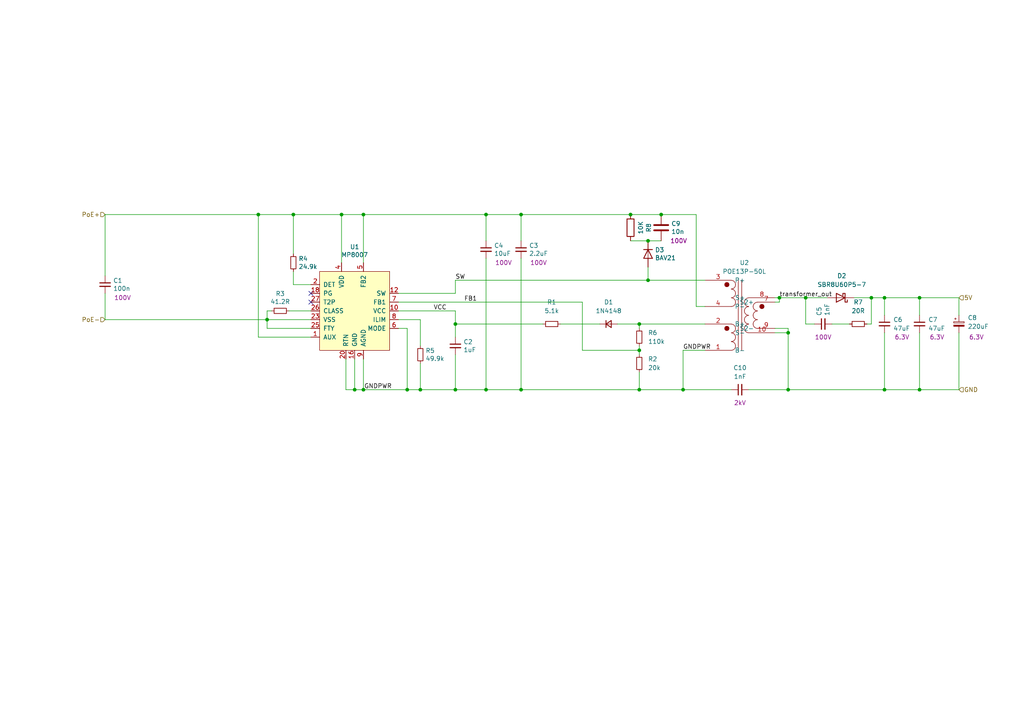
<source format=kicad_sch>
(kicad_sch (version 20211123) (generator eeschema)

  (uuid da469d11-a8a4-414b-9449-d151eeaf4853)

  (paper "A4")

  (lib_symbols
    (symbol "Device:C" (pin_numbers hide) (pin_names (offset 0.254)) (in_bom yes) (on_board yes)
      (property "Reference" "C" (id 0) (at 0.635 2.54 0)
        (effects (font (size 1.27 1.27)) (justify left))
      )
      (property "Value" "C" (id 1) (at 0.635 -2.54 0)
        (effects (font (size 1.27 1.27)) (justify left))
      )
      (property "Footprint" "" (id 2) (at 0.9652 -3.81 0)
        (effects (font (size 1.27 1.27)) hide)
      )
      (property "Datasheet" "~" (id 3) (at 0 0 0)
        (effects (font (size 1.27 1.27)) hide)
      )
      (property "ki_keywords" "cap capacitor" (id 4) (at 0 0 0)
        (effects (font (size 1.27 1.27)) hide)
      )
      (property "ki_description" "Unpolarized capacitor" (id 5) (at 0 0 0)
        (effects (font (size 1.27 1.27)) hide)
      )
      (property "ki_fp_filters" "C_*" (id 6) (at 0 0 0)
        (effects (font (size 1.27 1.27)) hide)
      )
      (symbol "C_0_1"
        (polyline
          (pts
            (xy -2.032 -0.762)
            (xy 2.032 -0.762)
          )
          (stroke (width 0.508) (type default) (color 0 0 0 0))
          (fill (type none))
        )
        (polyline
          (pts
            (xy -2.032 0.762)
            (xy 2.032 0.762)
          )
          (stroke (width 0.508) (type default) (color 0 0 0 0))
          (fill (type none))
        )
      )
      (symbol "C_1_1"
        (pin passive line (at 0 3.81 270) (length 2.794)
          (name "~" (effects (font (size 1.27 1.27))))
          (number "1" (effects (font (size 1.27 1.27))))
        )
        (pin passive line (at 0 -3.81 90) (length 2.794)
          (name "~" (effects (font (size 1.27 1.27))))
          (number "2" (effects (font (size 1.27 1.27))))
        )
      )
    )
    (symbol "Device:C_Polarized_Small" (pin_numbers hide) (pin_names (offset 0.254) hide) (in_bom yes) (on_board yes)
      (property "Reference" "C" (id 0) (at 0.254 1.778 0)
        (effects (font (size 1.27 1.27)) (justify left))
      )
      (property "Value" "C_Polarized_Small" (id 1) (at 0.254 -2.032 0)
        (effects (font (size 1.27 1.27)) (justify left))
      )
      (property "Footprint" "" (id 2) (at 0 0 0)
        (effects (font (size 1.27 1.27)) hide)
      )
      (property "Datasheet" "~" (id 3) (at 0 0 0)
        (effects (font (size 1.27 1.27)) hide)
      )
      (property "ki_keywords" "cap capacitor" (id 4) (at 0 0 0)
        (effects (font (size 1.27 1.27)) hide)
      )
      (property "ki_description" "Polarized capacitor, small symbol" (id 5) (at 0 0 0)
        (effects (font (size 1.27 1.27)) hide)
      )
      (property "ki_fp_filters" "CP_*" (id 6) (at 0 0 0)
        (effects (font (size 1.27 1.27)) hide)
      )
      (symbol "C_Polarized_Small_0_1"
        (rectangle (start -1.524 -0.3048) (end 1.524 -0.6858)
          (stroke (width 0) (type default) (color 0 0 0 0))
          (fill (type outline))
        )
        (rectangle (start -1.524 0.6858) (end 1.524 0.3048)
          (stroke (width 0) (type default) (color 0 0 0 0))
          (fill (type none))
        )
        (polyline
          (pts
            (xy -1.27 1.524)
            (xy -0.762 1.524)
          )
          (stroke (width 0) (type default) (color 0 0 0 0))
          (fill (type none))
        )
        (polyline
          (pts
            (xy -1.016 1.27)
            (xy -1.016 1.778)
          )
          (stroke (width 0) (type default) (color 0 0 0 0))
          (fill (type none))
        )
      )
      (symbol "C_Polarized_Small_1_1"
        (pin passive line (at 0 2.54 270) (length 1.8542)
          (name "~" (effects (font (size 1.27 1.27))))
          (number "1" (effects (font (size 1.27 1.27))))
        )
        (pin passive line (at 0 -2.54 90) (length 1.8542)
          (name "~" (effects (font (size 1.27 1.27))))
          (number "2" (effects (font (size 1.27 1.27))))
        )
      )
    )
    (symbol "Device:C_Small" (pin_numbers hide) (pin_names (offset 0.254) hide) (in_bom yes) (on_board yes)
      (property "Reference" "C" (id 0) (at 0.254 1.778 0)
        (effects (font (size 1.27 1.27)) (justify left))
      )
      (property "Value" "C_Small" (id 1) (at 0.254 -2.032 0)
        (effects (font (size 1.27 1.27)) (justify left))
      )
      (property "Footprint" "" (id 2) (at 0 0 0)
        (effects (font (size 1.27 1.27)) hide)
      )
      (property "Datasheet" "~" (id 3) (at 0 0 0)
        (effects (font (size 1.27 1.27)) hide)
      )
      (property "ki_keywords" "capacitor cap" (id 4) (at 0 0 0)
        (effects (font (size 1.27 1.27)) hide)
      )
      (property "ki_description" "Unpolarized capacitor, small symbol" (id 5) (at 0 0 0)
        (effects (font (size 1.27 1.27)) hide)
      )
      (property "ki_fp_filters" "C_*" (id 6) (at 0 0 0)
        (effects (font (size 1.27 1.27)) hide)
      )
      (symbol "C_Small_0_1"
        (polyline
          (pts
            (xy -1.524 -0.508)
            (xy 1.524 -0.508)
          )
          (stroke (width 0.3302) (type default) (color 0 0 0 0))
          (fill (type none))
        )
        (polyline
          (pts
            (xy -1.524 0.508)
            (xy 1.524 0.508)
          )
          (stroke (width 0.3048) (type default) (color 0 0 0 0))
          (fill (type none))
        )
      )
      (symbol "C_Small_1_1"
        (pin passive line (at 0 2.54 270) (length 2.032)
          (name "~" (effects (font (size 1.27 1.27))))
          (number "1" (effects (font (size 1.27 1.27))))
        )
        (pin passive line (at 0 -2.54 90) (length 2.032)
          (name "~" (effects (font (size 1.27 1.27))))
          (number "2" (effects (font (size 1.27 1.27))))
        )
      )
    )
    (symbol "Device:D" (pin_numbers hide) (pin_names (offset 1.016) hide) (in_bom yes) (on_board yes)
      (property "Reference" "D" (id 0) (at 0 2.54 0)
        (effects (font (size 1.27 1.27)))
      )
      (property "Value" "D" (id 1) (at 0 -2.54 0)
        (effects (font (size 1.27 1.27)))
      )
      (property "Footprint" "" (id 2) (at 0 0 0)
        (effects (font (size 1.27 1.27)) hide)
      )
      (property "Datasheet" "~" (id 3) (at 0 0 0)
        (effects (font (size 1.27 1.27)) hide)
      )
      (property "ki_keywords" "diode" (id 4) (at 0 0 0)
        (effects (font (size 1.27 1.27)) hide)
      )
      (property "ki_description" "Diode" (id 5) (at 0 0 0)
        (effects (font (size 1.27 1.27)) hide)
      )
      (property "ki_fp_filters" "TO-???* *_Diode_* *SingleDiode* D_*" (id 6) (at 0 0 0)
        (effects (font (size 1.27 1.27)) hide)
      )
      (symbol "D_0_1"
        (polyline
          (pts
            (xy -1.27 1.27)
            (xy -1.27 -1.27)
          )
          (stroke (width 0.254) (type default) (color 0 0 0 0))
          (fill (type none))
        )
        (polyline
          (pts
            (xy 1.27 0)
            (xy -1.27 0)
          )
          (stroke (width 0) (type default) (color 0 0 0 0))
          (fill (type none))
        )
        (polyline
          (pts
            (xy 1.27 1.27)
            (xy 1.27 -1.27)
            (xy -1.27 0)
            (xy 1.27 1.27)
          )
          (stroke (width 0.254) (type default) (color 0 0 0 0))
          (fill (type none))
        )
      )
      (symbol "D_1_1"
        (pin passive line (at -3.81 0 0) (length 2.54)
          (name "K" (effects (font (size 1.27 1.27))))
          (number "1" (effects (font (size 1.27 1.27))))
        )
        (pin passive line (at 3.81 0 180) (length 2.54)
          (name "A" (effects (font (size 1.27 1.27))))
          (number "2" (effects (font (size 1.27 1.27))))
        )
      )
    )
    (symbol "Device:D_Schottky" (pin_numbers hide) (pin_names (offset 1.016) hide) (in_bom yes) (on_board yes)
      (property "Reference" "D" (id 0) (at 0 2.54 0)
        (effects (font (size 1.27 1.27)))
      )
      (property "Value" "D_Schottky" (id 1) (at 0 -2.54 0)
        (effects (font (size 1.27 1.27)))
      )
      (property "Footprint" "" (id 2) (at 0 0 0)
        (effects (font (size 1.27 1.27)) hide)
      )
      (property "Datasheet" "~" (id 3) (at 0 0 0)
        (effects (font (size 1.27 1.27)) hide)
      )
      (property "ki_keywords" "diode Schottky" (id 4) (at 0 0 0)
        (effects (font (size 1.27 1.27)) hide)
      )
      (property "ki_description" "Schottky diode" (id 5) (at 0 0 0)
        (effects (font (size 1.27 1.27)) hide)
      )
      (property "ki_fp_filters" "TO-???* *_Diode_* *SingleDiode* D_*" (id 6) (at 0 0 0)
        (effects (font (size 1.27 1.27)) hide)
      )
      (symbol "D_Schottky_0_1"
        (polyline
          (pts
            (xy 1.27 0)
            (xy -1.27 0)
          )
          (stroke (width 0) (type default) (color 0 0 0 0))
          (fill (type none))
        )
        (polyline
          (pts
            (xy 1.27 1.27)
            (xy 1.27 -1.27)
            (xy -1.27 0)
            (xy 1.27 1.27)
          )
          (stroke (width 0.254) (type default) (color 0 0 0 0))
          (fill (type none))
        )
        (polyline
          (pts
            (xy -1.905 0.635)
            (xy -1.905 1.27)
            (xy -1.27 1.27)
            (xy -1.27 -1.27)
            (xy -0.635 -1.27)
            (xy -0.635 -0.635)
          )
          (stroke (width 0.254) (type default) (color 0 0 0 0))
          (fill (type none))
        )
      )
      (symbol "D_Schottky_1_1"
        (pin passive line (at -3.81 0 0) (length 2.54)
          (name "K" (effects (font (size 1.27 1.27))))
          (number "1" (effects (font (size 1.27 1.27))))
        )
        (pin passive line (at 3.81 0 180) (length 2.54)
          (name "A" (effects (font (size 1.27 1.27))))
          (number "2" (effects (font (size 1.27 1.27))))
        )
      )
    )
    (symbol "Device:D_Small" (pin_numbers hide) (pin_names (offset 0.254) hide) (in_bom yes) (on_board yes)
      (property "Reference" "D" (id 0) (at -1.27 2.032 0)
        (effects (font (size 1.27 1.27)) (justify left))
      )
      (property "Value" "D_Small" (id 1) (at -3.81 -2.032 0)
        (effects (font (size 1.27 1.27)) (justify left))
      )
      (property "Footprint" "" (id 2) (at 0 0 90)
        (effects (font (size 1.27 1.27)) hide)
      )
      (property "Datasheet" "~" (id 3) (at 0 0 90)
        (effects (font (size 1.27 1.27)) hide)
      )
      (property "ki_keywords" "diode" (id 4) (at 0 0 0)
        (effects (font (size 1.27 1.27)) hide)
      )
      (property "ki_description" "Diode, small symbol" (id 5) (at 0 0 0)
        (effects (font (size 1.27 1.27)) hide)
      )
      (property "ki_fp_filters" "TO-???* *_Diode_* *SingleDiode* D_*" (id 6) (at 0 0 0)
        (effects (font (size 1.27 1.27)) hide)
      )
      (symbol "D_Small_0_1"
        (polyline
          (pts
            (xy -0.762 -1.016)
            (xy -0.762 1.016)
          )
          (stroke (width 0.254) (type default) (color 0 0 0 0))
          (fill (type none))
        )
        (polyline
          (pts
            (xy -0.762 0)
            (xy 0.762 0)
          )
          (stroke (width 0) (type default) (color 0 0 0 0))
          (fill (type none))
        )
        (polyline
          (pts
            (xy 0.762 -1.016)
            (xy -0.762 0)
            (xy 0.762 1.016)
            (xy 0.762 -1.016)
          )
          (stroke (width 0.254) (type default) (color 0 0 0 0))
          (fill (type none))
        )
      )
      (symbol "D_Small_1_1"
        (pin passive line (at -2.54 0 0) (length 1.778)
          (name "K" (effects (font (size 1.27 1.27))))
          (number "1" (effects (font (size 1.27 1.27))))
        )
        (pin passive line (at 2.54 0 180) (length 1.778)
          (name "A" (effects (font (size 1.27 1.27))))
          (number "2" (effects (font (size 1.27 1.27))))
        )
      )
    )
    (symbol "Device:R" (pin_numbers hide) (pin_names (offset 0)) (in_bom yes) (on_board yes)
      (property "Reference" "R" (id 0) (at 2.032 0 90)
        (effects (font (size 1.27 1.27)))
      )
      (property "Value" "R" (id 1) (at 0 0 90)
        (effects (font (size 1.27 1.27)))
      )
      (property "Footprint" "" (id 2) (at -1.778 0 90)
        (effects (font (size 1.27 1.27)) hide)
      )
      (property "Datasheet" "~" (id 3) (at 0 0 0)
        (effects (font (size 1.27 1.27)) hide)
      )
      (property "ki_keywords" "R res resistor" (id 4) (at 0 0 0)
        (effects (font (size 1.27 1.27)) hide)
      )
      (property "ki_description" "Resistor" (id 5) (at 0 0 0)
        (effects (font (size 1.27 1.27)) hide)
      )
      (property "ki_fp_filters" "R_*" (id 6) (at 0 0 0)
        (effects (font (size 1.27 1.27)) hide)
      )
      (symbol "R_0_1"
        (rectangle (start -1.016 -2.54) (end 1.016 2.54)
          (stroke (width 0.254) (type default) (color 0 0 0 0))
          (fill (type none))
        )
      )
      (symbol "R_1_1"
        (pin passive line (at 0 3.81 270) (length 1.27)
          (name "~" (effects (font (size 1.27 1.27))))
          (number "1" (effects (font (size 1.27 1.27))))
        )
        (pin passive line (at 0 -3.81 90) (length 1.27)
          (name "~" (effects (font (size 1.27 1.27))))
          (number "2" (effects (font (size 1.27 1.27))))
        )
      )
    )
    (symbol "Device:R_Small" (pin_numbers hide) (pin_names (offset 0.254) hide) (in_bom yes) (on_board yes)
      (property "Reference" "R" (id 0) (at 0.762 0.508 0)
        (effects (font (size 1.27 1.27)) (justify left))
      )
      (property "Value" "R_Small" (id 1) (at 0.762 -1.016 0)
        (effects (font (size 1.27 1.27)) (justify left))
      )
      (property "Footprint" "" (id 2) (at 0 0 0)
        (effects (font (size 1.27 1.27)) hide)
      )
      (property "Datasheet" "~" (id 3) (at 0 0 0)
        (effects (font (size 1.27 1.27)) hide)
      )
      (property "ki_keywords" "R resistor" (id 4) (at 0 0 0)
        (effects (font (size 1.27 1.27)) hide)
      )
      (property "ki_description" "Resistor, small symbol" (id 5) (at 0 0 0)
        (effects (font (size 1.27 1.27)) hide)
      )
      (property "ki_fp_filters" "R_*" (id 6) (at 0 0 0)
        (effects (font (size 1.27 1.27)) hide)
      )
      (symbol "R_Small_0_1"
        (rectangle (start -0.762 1.778) (end 0.762 -1.778)
          (stroke (width 0.2032) (type default) (color 0 0 0 0))
          (fill (type none))
        )
      )
      (symbol "R_Small_1_1"
        (pin passive line (at 0 2.54 270) (length 0.762)
          (name "~" (effects (font (size 1.27 1.27))))
          (number "1" (effects (font (size 1.27 1.27))))
        )
        (pin passive line (at 0 -2.54 90) (length 0.762)
          (name "~" (effects (font (size 1.27 1.27))))
          (number "2" (effects (font (size 1.27 1.27))))
        )
      )
    )
    (symbol "b075:MP8007" (pin_names (offset 1.016)) (in_bom yes) (on_board yes)
      (property "Reference" "U" (id 0) (at -5.08 11.43 0)
        (effects (font (size 1.27 1.27)))
      )
      (property "Value" "MP8007" (id 1) (at -1.27 -13.97 0)
        (effects (font (size 1.27 1.27)))
      )
      (property "Footprint" "" (id 2) (at -5.08 11.43 0)
        (effects (font (size 1.27 1.27)) hide)
      )
      (property "Datasheet" "" (id 3) (at -5.08 11.43 0)
        (effects (font (size 1.27 1.27)) hide)
      )
      (symbol "MP8007_0_1"
        (rectangle (start -6.35 10.16) (end 13.97 -12.7)
          (stroke (width 0) (type default) (color 0 0 0 0))
          (fill (type background))
        )
      )
      (symbol "MP8007_1_1"
        (pin input line (at -8.89 -8.89 0) (length 2.54)
          (name "AUX" (effects (font (size 1.27 1.27))))
          (number "1" (effects (font (size 1.27 1.27))))
        )
        (pin input line (at 16.51 -1.27 180) (length 2.54)
          (name "VCC" (effects (font (size 1.27 1.27))))
          (number "10" (effects (font (size 1.27 1.27))))
        )
        (pin input line (at 16.51 3.81 180) (length 2.54)
          (name "SW" (effects (font (size 1.27 1.27))))
          (number "12" (effects (font (size 1.27 1.27))))
        )
        (pin input line (at 16.51 3.81 180) (length 2.54) hide
          (name "~" (effects (font (size 1.27 1.27))))
          (number "13" (effects (font (size 1.27 1.27))))
        )
        (pin input line (at 6.35 -15.24 90) (length 2.54) hide
          (name "NC" (effects (font (size 1.27 1.27))))
          (number "14" (effects (font (size 1.27 1.27))))
        )
        (pin input line (at 6.35 -15.24 90) (length 2.54) hide
          (name "NC" (effects (font (size 1.27 1.27))))
          (number "15" (effects (font (size 1.27 1.27))))
        )
        (pin input line (at 3.81 -15.24 90) (length 2.54)
          (name "GND" (effects (font (size 1.27 1.27))))
          (number "16" (effects (font (size 1.27 1.27))))
        )
        (pin input line (at 3.81 -15.24 90) (length 2.54) hide
          (name "~" (effects (font (size 1.27 1.27))))
          (number "17" (effects (font (size 1.27 1.27))))
        )
        (pin input line (at -8.89 3.81 0) (length 2.54)
          (name "PG" (effects (font (size 1.27 1.27))))
          (number "18" (effects (font (size 1.27 1.27))))
        )
        (pin input line (at 6.35 -15.24 90) (length 2.54) hide
          (name "NC" (effects (font (size 1.27 1.27))))
          (number "19" (effects (font (size 1.27 1.27))))
        )
        (pin input line (at -8.89 6.35 0) (length 2.54)
          (name "DET" (effects (font (size 1.27 1.27))))
          (number "2" (effects (font (size 1.27 1.27))))
        )
        (pin input line (at 1.27 -15.24 90) (length 2.54)
          (name "RTN" (effects (font (size 1.27 1.27))))
          (number "20" (effects (font (size 1.27 1.27))))
        )
        (pin input line (at 1.27 -15.24 90) (length 2.54) hide
          (name "~" (effects (font (size 1.27 1.27))))
          (number "21" (effects (font (size 1.27 1.27))))
        )
        (pin input line (at 6.35 -15.24 90) (length 2.54) hide
          (name "NC" (effects (font (size 1.27 1.27))))
          (number "22" (effects (font (size 1.27 1.27))))
        )
        (pin input line (at -8.89 -3.81 0) (length 2.54)
          (name "VSS" (effects (font (size 1.27 1.27))))
          (number "23" (effects (font (size 1.27 1.27))))
        )
        (pin input line (at -8.89 -3.81 0) (length 2.54) hide
          (name "~" (effects (font (size 1.27 1.27))))
          (number "24" (effects (font (size 1.27 1.27))))
        )
        (pin input line (at -8.89 -6.35 0) (length 2.54)
          (name "FTY" (effects (font (size 1.27 1.27))))
          (number "25" (effects (font (size 1.27 1.27))))
        )
        (pin input line (at -8.89 -1.27 0) (length 2.54)
          (name "CLASS" (effects (font (size 1.27 1.27))))
          (number "26" (effects (font (size 1.27 1.27))))
        )
        (pin input line (at -8.89 1.27 0) (length 2.54)
          (name "T2P" (effects (font (size 1.27 1.27))))
          (number "27" (effects (font (size 1.27 1.27))))
        )
        (pin input line (at 3.81 -15.24 90) (length 2.54) hide
          (name "GND" (effects (font (size 1.27 1.27))))
          (number "29" (effects (font (size 1.27 1.27))))
        )
        (pin input line (at 0 12.7 270) (length 2.54)
          (name "VDD" (effects (font (size 1.27 1.27))))
          (number "4" (effects (font (size 1.27 1.27))))
        )
        (pin input line (at 6.35 12.7 270) (length 2.54)
          (name "FB2" (effects (font (size 1.27 1.27))))
          (number "5" (effects (font (size 1.27 1.27))))
        )
        (pin input line (at 16.51 -6.35 180) (length 2.54)
          (name "MODE" (effects (font (size 1.27 1.27))))
          (number "6" (effects (font (size 1.27 1.27))))
        )
        (pin input line (at 16.51 1.27 180) (length 2.54)
          (name "FB1" (effects (font (size 1.27 1.27))))
          (number "7" (effects (font (size 1.27 1.27))))
        )
        (pin input line (at 16.51 -3.81 180) (length 2.54)
          (name "ILIM" (effects (font (size 1.27 1.27))))
          (number "8" (effects (font (size 1.27 1.27))))
        )
        (pin input line (at 6.35 -15.24 90) (length 2.54)
          (name "AGND" (effects (font (size 1.27 1.27))))
          (number "9" (effects (font (size 1.27 1.27))))
        )
      )
    )
    (symbol "b075:POE13P" (pin_names (offset 1.016)) (in_bom yes) (on_board yes)
      (property "Reference" "U?" (id 0) (at 1.27 15.24 0)
        (effects (font (size 1.27 1.27)))
      )
      (property "Value" "POE13P" (id 1) (at 1.27 12.7 0)
        (effects (font (size 1.27 1.27)))
      )
      (property "Footprint" "local:Transformer_Coilcraft_POE13P" (id 2) (at 0 0 0)
        (effects (font (size 1.27 1.27)) hide)
      )
      (property "Datasheet" "" (id 3) (at 0 0 0)
        (effects (font (size 1.27 1.27)) hide)
      )
      (symbol "POE13P_0_1"
        (circle (center -3.81 -3.81) (radius 0.635)
          (stroke (width 0) (type default) (color 0 0 0 0))
          (fill (type outline))
        )
        (circle (center -3.81 8.89) (radius 0.635)
          (stroke (width 0) (type default) (color 0 0 0 0))
          (fill (type outline))
        )
        (circle (center 6.35 2.54) (radius 0.635)
          (stroke (width 0) (type default) (color 0 0 0 0))
          (fill (type outline))
        )
      )
      (symbol "POE13P_1_1"
        (arc (start -2.54 -10.16) (mid -1.642 -9.788) (end -1.2954 -8.89)
          (stroke (width 0) (type default) (color 0 0 0 0))
          (fill (type none))
        )
        (arc (start -2.54 -7.62) (mid -1.642 -7.248) (end -1.2954 -6.35)
          (stroke (width 0) (type default) (color 0 0 0 0))
          (fill (type none))
        )
        (arc (start -2.54 -5.08) (mid -1.642 -4.708) (end -1.2954 -3.81)
          (stroke (width 0) (type default) (color 0 0 0 0))
          (fill (type none))
        )
        (arc (start -2.54 2.54) (mid -1.642 2.912) (end -1.2954 3.81)
          (stroke (width 0) (type default) (color 0 0 0 0))
          (fill (type none))
        )
        (arc (start -2.54 5.08) (mid -1.642 5.452) (end -1.2954 6.35)
          (stroke (width 0) (type default) (color 0 0 0 0))
          (fill (type none))
        )
        (arc (start -2.54 7.62) (mid -1.642 7.992) (end -1.2954 8.89)
          (stroke (width 0) (type default) (color 0 0 0 0))
          (fill (type none))
        )
        (arc (start -1.2954 -8.89) (mid -1.6599 -8.0099) (end -2.54 -7.6454)
          (stroke (width 0) (type default) (color 0 0 0 0))
          (fill (type none))
        )
        (arc (start -1.2954 -6.35) (mid -1.6599 -5.4699) (end -2.54 -5.1054)
          (stroke (width 0) (type default) (color 0 0 0 0))
          (fill (type none))
        )
        (arc (start -1.2954 -3.81) (mid -1.6599 -2.9299) (end -2.54 -2.5654)
          (stroke (width 0) (type default) (color 0 0 0 0))
          (fill (type none))
        )
        (arc (start -1.2954 3.81) (mid -1.6599 4.6901) (end -2.54 5.0546)
          (stroke (width 0) (type default) (color 0 0 0 0))
          (fill (type none))
        )
        (arc (start -1.2954 6.35) (mid -1.6599 7.2301) (end -2.54 7.5946)
          (stroke (width 0) (type default) (color 0 0 0 0))
          (fill (type none))
        )
        (arc (start -1.2954 8.89) (mid -1.6599 9.7701) (end -2.54 10.1346)
          (stroke (width 0) (type default) (color 0 0 0 0))
          (fill (type none))
        )
        (polyline
          (pts
            (xy -0.508 -10.16)
            (xy -0.508 10.16)
          )
          (stroke (width 0) (type default) (color 0 0 0 0))
          (fill (type none))
        )
        (polyline
          (pts
            (xy 0.508 10.16)
            (xy 0.508 -10.16)
          )
          (stroke (width 0) (type default) (color 0 0 0 0))
          (fill (type none))
        )
        (arc (start 1.27 -3.81) (mid 1.642 -4.708) (end 2.54 -5.08)
          (stroke (width 0) (type default) (color 0 0 0 0))
          (fill (type none))
        )
        (arc (start 1.27 -1.27) (mid 1.642 -2.168) (end 2.54 -2.54)
          (stroke (width 0) (type default) (color 0 0 0 0))
          (fill (type none))
        )
        (arc (start 1.27 1.27) (mid 1.642 0.372) (end 2.54 0)
          (stroke (width 0) (type default) (color 0 0 0 0))
          (fill (type none))
        )
        (arc (start 1.27 3.81) (mid 1.642 2.912) (end 2.54 2.54)
          (stroke (width 0) (type default) (color 0 0 0 0))
          (fill (type none))
        )
        (arc (start 2.54 -2.5654) (mid 1.6599 -2.9299) (end 1.27 -3.81)
          (stroke (width 0) (type default) (color 0 0 0 0))
          (fill (type none))
        )
        (arc (start 2.54 -0.0254) (mid 1.6599 -0.3899) (end 1.27 -1.27)
          (stroke (width 0) (type default) (color 0 0 0 0))
          (fill (type none))
        )
        (arc (start 2.54 2.5146) (mid 1.6599 2.1501) (end 1.27 1.27)
          (stroke (width 0) (type default) (color 0 0 0 0))
          (fill (type none))
        )
        (arc (start 2.54 5.0546) (mid 1.6599 4.6901) (end 1.27 3.81)
          (stroke (width 0) (type default) (color 0 0 0 0))
          (fill (type none))
        )
        (arc (start 3.81 -2.54) (mid 4.182 -3.438) (end 5.08 -3.81)
          (stroke (width 0) (type default) (color 0 0 0 0))
          (fill (type none))
        )
        (arc (start 3.81 0) (mid 4.182 -0.898) (end 5.08 -1.27)
          (stroke (width 0) (type default) (color 0 0 0 0))
          (fill (type none))
        )
        (arc (start 3.81 2.54) (mid 4.182 1.642) (end 5.08 1.27)
          (stroke (width 0) (type default) (color 0 0 0 0))
          (fill (type none))
        )
        (arc (start 5.08 -1.2954) (mid 4.1999 -1.6599) (end 3.81 -2.54)
          (stroke (width 0) (type default) (color 0 0 0 0))
          (fill (type none))
        )
        (arc (start 5.08 1.2446) (mid 4.1999 0.8801) (end 3.81 0)
          (stroke (width 0) (type default) (color 0 0 0 0))
          (fill (type none))
        )
        (arc (start 5.08 3.7846) (mid 4.1999 3.4201) (end 3.81 2.54)
          (stroke (width 0) (type default) (color 0 0 0 0))
          (fill (type none))
        )
        (pin passive line (at -10.16 -10.16 0) (length 7.62)
          (name "B-" (effects (font (size 1.27 1.27))))
          (number "1" (effects (font (size 1.27 1.27))))
        )
        (pin passive line (at 10.16 -5.08 180) (length 7.62)
          (name "S-" (effects (font (size 1.27 1.27))))
          (number "10" (effects (font (size 1.27 1.27))))
        )
        (pin passive line (at -10.16 -2.54 0) (length 7.62)
          (name "B+" (effects (font (size 1.27 1.27))))
          (number "2" (effects (font (size 1.27 1.27))))
        )
        (pin passive line (at -10.16 10.16 0) (length 7.62)
          (name "P+" (effects (font (size 1.27 1.27))))
          (number "3" (effects (font (size 1.27 1.27))))
        )
        (pin passive line (at -10.16 2.54 0) (length 7.62)
          (name "P-" (effects (font (size 1.27 1.27))))
          (number "4" (effects (font (size 1.27 1.27))))
        )
        (pin passive line (at 10.16 3.81 180) (length 5.08)
          (name "S2+" (effects (font (size 1.27 1.27))))
          (number "7" (effects (font (size 1.27 1.27))))
        )
        (pin passive line (at 10.16 5.08 180) (length 7.62)
          (name "S+" (effects (font (size 1.27 1.27))))
          (number "8" (effects (font (size 1.27 1.27))))
        )
        (pin passive line (at 10.16 -3.81 180) (length 5.08)
          (name "S2-" (effects (font (size 1.27 1.27))))
          (number "9" (effects (font (size 1.27 1.27))))
        )
      )
    )
  )

  (junction (at 85.09 62.23) (diameter 0) (color 0 0 0 0)
    (uuid 037da714-6377-43de-b800-13334e7b059e)
  )
  (junction (at 266.7 86.36) (diameter 0) (color 0 0 0 0)
    (uuid 0b0abc08-6100-46e6-85b1-ee3143655a31)
  )
  (junction (at 256.54 113.03) (diameter 0) (color 0 0 0 0)
    (uuid 0ee74bcc-dfb1-4ca5-9147-e45f5cc580f6)
  )
  (junction (at 151.13 113.03) (diameter 0) (color 0 0 0 0)
    (uuid 105435fb-f3bc-4f85-9b68-5b4281922682)
  )
  (junction (at 102.87 113.03) (diameter 0) (color 0 0 0 0)
    (uuid 181abe7a-f941-42b6-bd46-aaa3131f90fb)
  )
  (junction (at 198.12 113.03) (diameter 0) (color 0 0 0 0)
    (uuid 2b215616-4c0a-44f8-99aa-f7a0797d97d4)
  )
  (junction (at 77.47 92.71) (diameter 0) (color 0 0 0 0)
    (uuid 354dddb6-87e4-4569-bdd9-a807594b36d9)
  )
  (junction (at 118.11 113.03) (diameter 0) (color 0 0 0 0)
    (uuid 3b743e62-1336-4f91-ad6f-7e0cc25a2097)
  )
  (junction (at 228.6 113.03) (diameter 0) (color 0 0 0 0)
    (uuid 5cd52bc7-9742-4c21-ab94-673b5aeda239)
  )
  (junction (at 74.93 62.23) (diameter 0) (color 0 0 0 0)
    (uuid 6ba1766b-320f-4ae0-8c42-0e0159e9c7d9)
  )
  (junction (at 151.13 62.23) (diameter 0) (color 0 0 0 0)
    (uuid 6bb02028-f398-4fe4-996f-ab7518203770)
  )
  (junction (at 132.08 93.98) (diameter 0) (color 0 0 0 0)
    (uuid 6c11bf6b-90c7-4bb6-b85f-98af6160f8f1)
  )
  (junction (at 185.42 93.98) (diameter 0) (color 0 0 0 0)
    (uuid 6ea89f30-81f1-422f-8c5d-d9934ac6ffc4)
  )
  (junction (at 140.97 113.03) (diameter 0) (color 0 0 0 0)
    (uuid 6ecd899a-4078-4d05-b8d3-e3dc6d9ec384)
  )
  (junction (at 187.96 69.85) (diameter 0) (color 0 0 0 0)
    (uuid 72fe448c-cdf4-4fe6-8911-0f312e324d58)
  )
  (junction (at 105.41 62.23) (diameter 0) (color 0 0 0 0)
    (uuid 74a224d2-be5f-4f04-87da-2e524cd27177)
  )
  (junction (at 185.42 101.6) (diameter 0) (color 0 0 0 0)
    (uuid 805e4af5-3a36-473a-921b-cdd3fa590ad3)
  )
  (junction (at 105.41 113.03) (diameter 0) (color 0 0 0 0)
    (uuid 8174b4de-74b1-48db-ab8e-c8432251095b)
  )
  (junction (at 132.08 113.03) (diameter 0) (color 0 0 0 0)
    (uuid 8df04265-7cfb-4b8e-b7ec-a8f232dc8d4f)
  )
  (junction (at 252.73 86.36) (diameter 0) (color 0 0 0 0)
    (uuid 90167279-bbe5-4158-83e5-a8e3dbac704a)
  )
  (junction (at 187.96 81.28) (diameter 0) (color 0 0 0 0)
    (uuid ac410acf-dd27-4d65-967a-4c57b06eec1f)
  )
  (junction (at 99.06 62.23) (diameter 0) (color 0 0 0 0)
    (uuid bad07f5a-5af7-4752-a8dd-473a97ebd895)
  )
  (junction (at 266.7 113.03) (diameter 0) (color 0 0 0 0)
    (uuid c0ed8980-90b4-4eb7-86e6-2fc295f87d54)
  )
  (junction (at 226.06 86.36) (diameter 0) (color 0 0 0 0)
    (uuid cf8378ac-71e9-4987-adac-47bcf77b0d75)
  )
  (junction (at 256.54 86.36) (diameter 0) (color 0 0 0 0)
    (uuid cfc4f8bc-b992-4e8b-9522-446e692bfe83)
  )
  (junction (at 233.68 86.36) (diameter 0) (color 0 0 0 0)
    (uuid d0f14f89-ae82-4972-96fe-6bc6cdd64e96)
  )
  (junction (at 228.6 96.52) (diameter 0) (color 0 0 0 0)
    (uuid d5485da4-1037-4ebf-8937-43bcb974d209)
  )
  (junction (at 121.92 113.03) (diameter 0) (color 0 0 0 0)
    (uuid da6d6227-142e-470c-b137-a069deb45683)
  )
  (junction (at 191.77 62.23) (diameter 0) (color 0 0 0 0)
    (uuid e4fade3d-a4d5-4a50-af19-cee1037abbee)
  )
  (junction (at 140.97 62.23) (diameter 0) (color 0 0 0 0)
    (uuid f27affac-a003-445c-9c01-857306b22529)
  )
  (junction (at 182.88 62.23) (diameter 0) (color 0 0 0 0)
    (uuid f9827ffd-cc55-46e3-9bae-af14f2d3ccd8)
  )
  (junction (at 185.42 113.03) (diameter 0) (color 0 0 0 0)
    (uuid f9b4916a-bf6e-4069-9098-eeac19179466)
  )

  (no_connect (at 90.17 85.09) (uuid 6a45789b-3855-401f-8139-3c734f7f52f9))
  (no_connect (at 90.17 87.63) (uuid b1086f75-01ba-4188-8d36-75a9e2828ca9))

  (wire (pts (xy 132.08 81.28) (xy 132.08 85.09))
    (stroke (width 0) (type default) (color 0 0 0 0))
    (uuid 02530b91-a67a-4d82-afe2-5e161a3d575c)
  )
  (wire (pts (xy 121.92 105.41) (xy 121.92 113.03))
    (stroke (width 0) (type default) (color 0 0 0 0))
    (uuid 0d508188-350a-40fc-9618-f9031c784e70)
  )
  (wire (pts (xy 102.87 104.14) (xy 102.87 113.03))
    (stroke (width 0) (type default) (color 0 0 0 0))
    (uuid 0eaa98f0-9565-4637-ace3-42a5231b07f7)
  )
  (wire (pts (xy 74.93 97.79) (xy 74.93 62.23))
    (stroke (width 0) (type default) (color 0 0 0 0))
    (uuid 0ec052cc-c4c8-4976-aebb-e6051620efb2)
  )
  (wire (pts (xy 132.08 90.17) (xy 115.57 90.17))
    (stroke (width 0) (type default) (color 0 0 0 0))
    (uuid 0ff6aa00-a660-4c2e-a614-b55c393a1aa2)
  )
  (wire (pts (xy 132.08 97.79) (xy 132.08 93.98))
    (stroke (width 0) (type default) (color 0 0 0 0))
    (uuid 149786ef-6b55-4ae0-9561-3ff7f5160dea)
  )
  (wire (pts (xy 233.68 86.36) (xy 240.03 86.36))
    (stroke (width 0) (type default) (color 0 0 0 0))
    (uuid 15db3692-84c6-4b5b-827f-be868c7896d3)
  )
  (wire (pts (xy 252.73 86.36) (xy 256.54 86.36))
    (stroke (width 0) (type default) (color 0 0 0 0))
    (uuid 17d972a8-e82c-42b4-ae40-4831af5c44e2)
  )
  (wire (pts (xy 185.42 101.6) (xy 185.42 102.87))
    (stroke (width 0) (type default) (color 0 0 0 0))
    (uuid 187398b5-9e9d-49cb-81c3-0ea44700e894)
  )
  (wire (pts (xy 162.56 93.98) (xy 173.99 93.98))
    (stroke (width 0) (type default) (color 0 0 0 0))
    (uuid 1942eb27-efea-4377-b7b0-3b1453747298)
  )
  (wire (pts (xy 256.54 86.36) (xy 266.7 86.36))
    (stroke (width 0) (type default) (color 0 0 0 0))
    (uuid 197a4931-c9f8-4a10-84c5-de2d62061ef3)
  )
  (wire (pts (xy 151.13 74.93) (xy 151.13 113.03))
    (stroke (width 0) (type default) (color 0 0 0 0))
    (uuid 1e1f18cb-e572-417e-a891-8c62c0ab5f62)
  )
  (wire (pts (xy 132.08 93.98) (xy 157.48 93.98))
    (stroke (width 0) (type default) (color 0 0 0 0))
    (uuid 1ec13e33-a0e1-4c7d-96bd-a7e1f3a91299)
  )
  (wire (pts (xy 187.96 81.28) (xy 204.47 81.28))
    (stroke (width 0) (type default) (color 0 0 0 0))
    (uuid 1f444927-649c-4085-8e03-b2e52d3304c8)
  )
  (wire (pts (xy 241.3 93.98) (xy 246.38 93.98))
    (stroke (width 0) (type default) (color 0 0 0 0))
    (uuid 24ae74de-90b1-4c74-b26c-2bc1b1d9631a)
  )
  (wire (pts (xy 201.93 62.23) (xy 201.93 88.9))
    (stroke (width 0) (type default) (color 0 0 0 0))
    (uuid 29224b48-1f29-49cf-919b-3ac34dd24145)
  )
  (wire (pts (xy 78.74 90.17) (xy 77.47 90.17))
    (stroke (width 0) (type default) (color 0 0 0 0))
    (uuid 2fd15c74-7cdb-44ca-be1c-a03f832c966a)
  )
  (wire (pts (xy 198.12 101.6) (xy 204.47 101.6))
    (stroke (width 0) (type default) (color 0 0 0 0))
    (uuid 33a6136f-966d-48cd-a842-e0e88159c1f2)
  )
  (wire (pts (xy 182.88 62.23) (xy 191.77 62.23))
    (stroke (width 0) (type default) (color 0 0 0 0))
    (uuid 34e5c616-5426-47e2-a9ef-a9481d59f598)
  )
  (wire (pts (xy 266.7 86.36) (xy 266.7 91.44))
    (stroke (width 0) (type default) (color 0 0 0 0))
    (uuid 379990d1-651c-4182-b1b1-a912b8b86e17)
  )
  (wire (pts (xy 77.47 95.25) (xy 77.47 92.71))
    (stroke (width 0) (type default) (color 0 0 0 0))
    (uuid 38c9ddc1-5754-4396-a419-2968e51fa41d)
  )
  (wire (pts (xy 74.93 62.23) (xy 85.09 62.23))
    (stroke (width 0) (type default) (color 0 0 0 0))
    (uuid 3b69d50b-d885-4489-8e3c-9dd0ec7e0bb4)
  )
  (wire (pts (xy 140.97 69.85) (xy 140.97 62.23))
    (stroke (width 0) (type default) (color 0 0 0 0))
    (uuid 3fb7e12c-6f2f-41ac-b1d8-77d5f63e833c)
  )
  (wire (pts (xy 99.06 62.23) (xy 99.06 76.2))
    (stroke (width 0) (type default) (color 0 0 0 0))
    (uuid 45baf2de-16f5-4fc4-ba32-41239cbce63d)
  )
  (wire (pts (xy 151.13 113.03) (xy 185.42 113.03))
    (stroke (width 0) (type default) (color 0 0 0 0))
    (uuid 463e5f12-2faf-4a83-8912-34d0a565ccf8)
  )
  (wire (pts (xy 233.68 86.36) (xy 233.68 93.98))
    (stroke (width 0) (type default) (color 0 0 0 0))
    (uuid 466a7a0e-f3ed-4606-ad95-2241e0cc05a2)
  )
  (wire (pts (xy 30.48 80.01) (xy 30.48 62.23))
    (stroke (width 0) (type default) (color 0 0 0 0))
    (uuid 47baf4b1-0938-497d-88f9-671136aa8be7)
  )
  (wire (pts (xy 256.54 113.03) (xy 266.7 113.03))
    (stroke (width 0) (type default) (color 0 0 0 0))
    (uuid 4d8db298-3e2f-4662-a36b-fbc097fc4e31)
  )
  (wire (pts (xy 115.57 92.71) (xy 121.92 92.71))
    (stroke (width 0) (type default) (color 0 0 0 0))
    (uuid 4d9b19e6-1617-4d78-befa-b8d7d9e8b20a)
  )
  (wire (pts (xy 151.13 62.23) (xy 182.88 62.23))
    (stroke (width 0) (type default) (color 0 0 0 0))
    (uuid 4f448ba7-90f6-4912-8bbc-961df47acded)
  )
  (wire (pts (xy 118.11 95.25) (xy 118.11 113.03))
    (stroke (width 0) (type default) (color 0 0 0 0))
    (uuid 53c610ea-bbb0-4aa7-9f13-43d7e8f0793f)
  )
  (wire (pts (xy 115.57 87.63) (xy 168.91 87.63))
    (stroke (width 0) (type default) (color 0 0 0 0))
    (uuid 5b2597e2-b905-4eb1-9ddf-25c1ad77c46d)
  )
  (wire (pts (xy 191.77 69.85) (xy 187.96 69.85))
    (stroke (width 0) (type default) (color 0 0 0 0))
    (uuid 5f488221-1241-4371-81d0-477ec65ef41e)
  )
  (wire (pts (xy 236.22 93.98) (xy 233.68 93.98))
    (stroke (width 0) (type default) (color 0 0 0 0))
    (uuid 5f4ee7bf-860e-4909-8e57-56028894697c)
  )
  (wire (pts (xy 224.79 95.25) (xy 228.6 95.25))
    (stroke (width 0) (type default) (color 0 0 0 0))
    (uuid 6271beb4-45b0-45f3-b964-6d937774bdfc)
  )
  (wire (pts (xy 266.7 86.36) (xy 278.13 86.36))
    (stroke (width 0) (type default) (color 0 0 0 0))
    (uuid 64d2e950-e620-4522-9268-20c8c733ec8a)
  )
  (wire (pts (xy 77.47 92.71) (xy 90.17 92.71))
    (stroke (width 0) (type default) (color 0 0 0 0))
    (uuid 66b551af-a8a4-4e80-a364-96621a6f2dcf)
  )
  (wire (pts (xy 74.93 97.79) (xy 90.17 97.79))
    (stroke (width 0) (type default) (color 0 0 0 0))
    (uuid 6afdf30c-c3b2-43ec-b150-c1289d254c96)
  )
  (wire (pts (xy 266.7 113.03) (xy 278.13 113.03))
    (stroke (width 0) (type default) (color 0 0 0 0))
    (uuid 6bc9d0df-d7cf-45b4-bf73-c9486be4d41b)
  )
  (wire (pts (xy 121.92 113.03) (xy 132.08 113.03))
    (stroke (width 0) (type default) (color 0 0 0 0))
    (uuid 6bf8048f-d357-4a43-9ff5-76b05e1334aa)
  )
  (wire (pts (xy 105.41 113.03) (xy 118.11 113.03))
    (stroke (width 0) (type default) (color 0 0 0 0))
    (uuid 6d26d68f-1ca7-4ff3-b058-272f1c399047)
  )
  (wire (pts (xy 247.65 86.36) (xy 252.73 86.36))
    (stroke (width 0) (type default) (color 0 0 0 0))
    (uuid 6ec48d7e-5356-44db-8023-b11c239912ce)
  )
  (wire (pts (xy 105.41 113.03) (xy 102.87 113.03))
    (stroke (width 0) (type default) (color 0 0 0 0))
    (uuid 704d6d51-bb34-4cbf-83d8-841e208048d8)
  )
  (wire (pts (xy 256.54 113.03) (xy 228.6 113.03))
    (stroke (width 0) (type default) (color 0 0 0 0))
    (uuid 7144ee8b-4d87-495f-9b87-4c1b1e66f581)
  )
  (wire (pts (xy 85.09 82.55) (xy 90.17 82.55))
    (stroke (width 0) (type default) (color 0 0 0 0))
    (uuid 7ad73043-4028-40e3-b3ce-fda9a9123210)
  )
  (wire (pts (xy 212.09 113.03) (xy 198.12 113.03))
    (stroke (width 0) (type default) (color 0 0 0 0))
    (uuid 8115d4cf-e236-48c3-9812-aa29d2c8ebc4)
  )
  (wire (pts (xy 121.92 92.71) (xy 121.92 100.33))
    (stroke (width 0) (type default) (color 0 0 0 0))
    (uuid 815e516a-62c4-4c33-b446-57e384855d20)
  )
  (wire (pts (xy 151.13 62.23) (xy 151.13 69.85))
    (stroke (width 0) (type default) (color 0 0 0 0))
    (uuid 83fef3cc-f1d5-4b46-a24d-d9fe77a4bcf9)
  )
  (wire (pts (xy 217.17 113.03) (xy 228.6 113.03))
    (stroke (width 0) (type default) (color 0 0 0 0))
    (uuid 85699ece-a982-4ca1-a225-d5d9debbfa3d)
  )
  (wire (pts (xy 77.47 90.17) (xy 77.47 92.71))
    (stroke (width 0) (type default) (color 0 0 0 0))
    (uuid 8901d308-7cef-4028-a858-c217497264ab)
  )
  (wire (pts (xy 30.48 62.23) (xy 74.93 62.23))
    (stroke (width 0) (type default) (color 0 0 0 0))
    (uuid 8a2be09a-d35b-46b1-b358-d4d32ba8a01f)
  )
  (wire (pts (xy 132.08 102.87) (xy 132.08 113.03))
    (stroke (width 0) (type default) (color 0 0 0 0))
    (uuid 8b3b6e42-30ae-4787-975f-1307bbc78122)
  )
  (wire (pts (xy 198.12 101.6) (xy 198.12 113.03))
    (stroke (width 0) (type default) (color 0 0 0 0))
    (uuid 912726a5-413b-4a44-8114-9235008b8037)
  )
  (wire (pts (xy 85.09 62.23) (xy 99.06 62.23))
    (stroke (width 0) (type default) (color 0 0 0 0))
    (uuid 9359f1ef-0a2a-4e32-bc86-657a042adcc4)
  )
  (wire (pts (xy 185.42 93.98) (xy 185.42 95.25))
    (stroke (width 0) (type default) (color 0 0 0 0))
    (uuid 950ff78c-92c7-48cf-93e9-4b251f5b2da9)
  )
  (wire (pts (xy 256.54 86.36) (xy 256.54 91.44))
    (stroke (width 0) (type default) (color 0 0 0 0))
    (uuid 95e38d10-9893-468d-98ca-2b04e3a24cb6)
  )
  (wire (pts (xy 252.73 86.36) (xy 252.73 93.98))
    (stroke (width 0) (type default) (color 0 0 0 0))
    (uuid 9b3a91da-8d45-4e96-858c-85aeea5053e7)
  )
  (wire (pts (xy 201.93 88.9) (xy 204.47 88.9))
    (stroke (width 0) (type default) (color 0 0 0 0))
    (uuid 9ff444f3-a727-46c1-8277-3134aa496b29)
  )
  (wire (pts (xy 140.97 74.93) (xy 140.97 113.03))
    (stroke (width 0) (type default) (color 0 0 0 0))
    (uuid a038e8db-a0bd-4c54-8046-1e39e8c551ff)
  )
  (wire (pts (xy 187.96 69.85) (xy 182.88 69.85))
    (stroke (width 0) (type default) (color 0 0 0 0))
    (uuid a1e12db2-c401-4ca9-9bde-5ff2d206bdf9)
  )
  (wire (pts (xy 115.57 85.09) (xy 132.08 85.09))
    (stroke (width 0) (type default) (color 0 0 0 0))
    (uuid a9898c04-66e3-4bbf-b91e-87f3e549cda5)
  )
  (wire (pts (xy 191.77 62.23) (xy 201.93 62.23))
    (stroke (width 0) (type default) (color 0 0 0 0))
    (uuid ac15b2e9-5ff6-4872-ad48-53236b8922a4)
  )
  (wire (pts (xy 185.42 113.03) (xy 198.12 113.03))
    (stroke (width 0) (type default) (color 0 0 0 0))
    (uuid ad8ed33e-1a47-449a-af6e-e352f4b40cfd)
  )
  (wire (pts (xy 278.13 96.52) (xy 278.13 113.03))
    (stroke (width 0) (type default) (color 0 0 0 0))
    (uuid ae50ba21-d3e9-408e-9637-853a8408fb49)
  )
  (wire (pts (xy 168.91 101.6) (xy 168.91 87.63))
    (stroke (width 0) (type default) (color 0 0 0 0))
    (uuid b0b1ac92-724e-44bd-a6f9-272b501b303b)
  )
  (wire (pts (xy 118.11 113.03) (xy 121.92 113.03))
    (stroke (width 0) (type default) (color 0 0 0 0))
    (uuid b2f1fbf6-4280-44ae-8a88-3f2c57e444ac)
  )
  (wire (pts (xy 85.09 62.23) (xy 85.09 73.66))
    (stroke (width 0) (type default) (color 0 0 0 0))
    (uuid b3a8f164-e331-49be-80e9-3278bd344ff1)
  )
  (wire (pts (xy 85.09 78.74) (xy 85.09 82.55))
    (stroke (width 0) (type default) (color 0 0 0 0))
    (uuid b4d442e0-cf9c-4294-9aa2-9680efd92684)
  )
  (wire (pts (xy 140.97 62.23) (xy 151.13 62.23))
    (stroke (width 0) (type default) (color 0 0 0 0))
    (uuid b4d598a9-0eba-4bfd-b368-388fd282501b)
  )
  (wire (pts (xy 105.41 62.23) (xy 105.41 76.2))
    (stroke (width 0) (type default) (color 0 0 0 0))
    (uuid b6760b41-ee5b-4a6e-99bc-5a7369056bca)
  )
  (wire (pts (xy 224.79 96.52) (xy 228.6 96.52))
    (stroke (width 0) (type default) (color 0 0 0 0))
    (uuid b90dd671-0ac9-4280-b145-64d2d97950a8)
  )
  (wire (pts (xy 30.48 92.71) (xy 77.47 92.71))
    (stroke (width 0) (type default) (color 0 0 0 0))
    (uuid bc303e17-65a2-4a1c-8e06-54dde90d2ab1)
  )
  (wire (pts (xy 185.42 100.33) (xy 185.42 101.6))
    (stroke (width 0) (type default) (color 0 0 0 0))
    (uuid c11edc96-de87-4ba8-866c-0fe036182f2a)
  )
  (wire (pts (xy 83.82 90.17) (xy 90.17 90.17))
    (stroke (width 0) (type default) (color 0 0 0 0))
    (uuid c144caa5-b0d4-4cef-840a-d4ad178a2102)
  )
  (wire (pts (xy 185.42 93.98) (xy 204.47 93.98))
    (stroke (width 0) (type default) (color 0 0 0 0))
    (uuid c3ffae43-50ab-4ee1-84d7-6a720be1e726)
  )
  (wire (pts (xy 187.96 77.47) (xy 187.96 81.28))
    (stroke (width 0) (type default) (color 0 0 0 0))
    (uuid c82a723e-d3d6-4804-93cf-573e484cfbad)
  )
  (wire (pts (xy 256.54 96.52) (xy 256.54 113.03))
    (stroke (width 0) (type default) (color 0 0 0 0))
    (uuid c8bc458a-bc20-416d-8b62-680641f958f6)
  )
  (wire (pts (xy 179.07 93.98) (xy 185.42 93.98))
    (stroke (width 0) (type default) (color 0 0 0 0))
    (uuid c8be17ad-41a5-487a-b811-a8e15014ab39)
  )
  (wire (pts (xy 99.06 62.23) (xy 105.41 62.23))
    (stroke (width 0) (type default) (color 0 0 0 0))
    (uuid c900fc74-3acd-43c3-a485-01d1fa481fc3)
  )
  (wire (pts (xy 251.46 93.98) (xy 252.73 93.98))
    (stroke (width 0) (type default) (color 0 0 0 0))
    (uuid c96c9e2c-8e6b-47fe-b673-082ce35dfc77)
  )
  (wire (pts (xy 185.42 107.95) (xy 185.42 113.03))
    (stroke (width 0) (type default) (color 0 0 0 0))
    (uuid cb6cf9b3-efb4-455d-9942-579898e4ebbf)
  )
  (wire (pts (xy 185.42 101.6) (xy 168.91 101.6))
    (stroke (width 0) (type default) (color 0 0 0 0))
    (uuid cbb12e5f-0ca1-424a-9c5a-c73471dcc1fe)
  )
  (wire (pts (xy 228.6 95.25) (xy 228.6 96.52))
    (stroke (width 0) (type default) (color 0 0 0 0))
    (uuid cc4ad4c0-dd7f-42df-915c-8633ff4b5b4a)
  )
  (wire (pts (xy 140.97 113.03) (xy 151.13 113.03))
    (stroke (width 0) (type default) (color 0 0 0 0))
    (uuid ce3b8258-6eca-4c62-be3e-b71a3410b077)
  )
  (wire (pts (xy 102.87 113.03) (xy 100.33 113.03))
    (stroke (width 0) (type default) (color 0 0 0 0))
    (uuid ce83728b-bebd-48c2-8734-b6a50d837931)
  )
  (wire (pts (xy 226.06 86.36) (xy 233.68 86.36))
    (stroke (width 0) (type default) (color 0 0 0 0))
    (uuid cf496afb-2c04-4483-b37f-fde7e072daa4)
  )
  (wire (pts (xy 90.17 95.25) (xy 77.47 95.25))
    (stroke (width 0) (type default) (color 0 0 0 0))
    (uuid ddc07675-0a0c-4d3e-b98f-3a3c14be122f)
  )
  (wire (pts (xy 30.48 85.09) (xy 30.48 92.71))
    (stroke (width 0) (type default) (color 0 0 0 0))
    (uuid e615f7aa-337e-474d-9615-2ad82b1c44ca)
  )
  (wire (pts (xy 224.79 87.63) (xy 226.06 87.63))
    (stroke (width 0) (type default) (color 0 0 0 0))
    (uuid e784775d-30b8-4e5e-b9e1-c780b3b02ac5)
  )
  (wire (pts (xy 266.7 96.52) (xy 266.7 113.03))
    (stroke (width 0) (type default) (color 0 0 0 0))
    (uuid e97709a3-805c-4e51-9d8e-f9efa27653b5)
  )
  (wire (pts (xy 132.08 81.28) (xy 187.96 81.28))
    (stroke (width 0) (type default) (color 0 0 0 0))
    (uuid eb26d86c-c2aa-4898-8bce-a7cbe110aad6)
  )
  (wire (pts (xy 115.57 95.25) (xy 118.11 95.25))
    (stroke (width 0) (type default) (color 0 0 0 0))
    (uuid edf72062-4856-4639-bb0b-b77c54af7f0f)
  )
  (wire (pts (xy 228.6 96.52) (xy 228.6 113.03))
    (stroke (width 0) (type default) (color 0 0 0 0))
    (uuid ee219335-fb94-4ce4-b6f7-f8f2070833dd)
  )
  (wire (pts (xy 105.41 62.23) (xy 140.97 62.23))
    (stroke (width 0) (type default) (color 0 0 0 0))
    (uuid efee0a44-d0e9-418d-8ab8-4969575934a8)
  )
  (wire (pts (xy 132.08 113.03) (xy 140.97 113.03))
    (stroke (width 0) (type default) (color 0 0 0 0))
    (uuid f3d5dcf5-2e17-43d5-8bc3-aff1d0cf97fc)
  )
  (wire (pts (xy 224.79 86.36) (xy 226.06 86.36))
    (stroke (width 0) (type default) (color 0 0 0 0))
    (uuid f4f96b8d-df80-4d31-a4ab-84554219da5c)
  )
  (wire (pts (xy 278.13 86.36) (xy 278.13 91.44))
    (stroke (width 0) (type default) (color 0 0 0 0))
    (uuid f5153cfa-c8a5-4cc6-a193-9d90a21659d0)
  )
  (wire (pts (xy 100.33 104.14) (xy 100.33 113.03))
    (stroke (width 0) (type default) (color 0 0 0 0))
    (uuid f71da641-16e6-4257-80c3-0b9d804fee4f)
  )
  (wire (pts (xy 226.06 87.63) (xy 226.06 86.36))
    (stroke (width 0) (type default) (color 0 0 0 0))
    (uuid faa0b0f1-7fb8-46dc-b53a-9994fcc5a8fd)
  )
  (wire (pts (xy 105.41 104.14) (xy 105.41 113.03))
    (stroke (width 0) (type default) (color 0 0 0 0))
    (uuid fd470e95-4861-44fe-b1e4-6d8a7c66e144)
  )
  (wire (pts (xy 132.08 93.98) (xy 132.08 90.17))
    (stroke (width 0) (type default) (color 0 0 0 0))
    (uuid feefe972-2773-4a82-a842-d0da1b369bae)
  )

  (label "SW" (at 132.08 81.28 0)
    (effects (font (size 1.27 1.27)) (justify left bottom))
    (uuid 28f81f86-3ade-42c8-b709-0d1faaece348)
  )
  (label "GNDPWR" (at 113.665 113.03 180)
    (effects (font (size 1.27 1.27)) (justify right bottom))
    (uuid 48ab88d7-7084-4d02-b109-3ad55a30bb11)
  )
  (label "VCC" (at 125.73 90.17 0)
    (effects (font (size 1.27 1.27)) (justify left bottom))
    (uuid 49bf45e3-55a8-499d-8fbe-65e740ea1a0d)
  )
  (label "transformer_out" (at 226.06 86.36 0)
    (effects (font (size 1.27 1.27)) (justify left bottom))
    (uuid 5456bc08-35f6-4c32-87a4-c28b0e054b2f)
  )
  (label "FB1" (at 134.62 87.63 0)
    (effects (font (size 1.27 1.27)) (justify left bottom))
    (uuid 7d2ff3d8-7277-497d-a219-40d1f7319e58)
  )
  (label "GNDPWR" (at 198.12 101.6 0)
    (effects (font (size 1.27 1.27)) (justify left bottom))
    (uuid beaad73d-6ef8-483f-b1fb-2ae040c6c5e4)
  )

  (hierarchical_label "PoE-" (shape input) (at 30.48 92.71 180)
    (effects (font (size 1.27 1.27)) (justify right))
    (uuid 5cbb5968-dbb5-4b84-864a-ead1cacf75b9)
  )
  (hierarchical_label "5V" (shape input) (at 278.13 86.36 0)
    (effects (font (size 1.27 1.27)) (justify left))
    (uuid 6eb238f9-8166-463a-9ed3-a8dc3f0d7c5f)
  )
  (hierarchical_label "PoE+" (shape input) (at 30.48 62.23 180)
    (effects (font (size 1.27 1.27)) (justify right))
    (uuid afb8e687-4a13-41a1-b8c0-89a749e897fe)
  )
  (hierarchical_label "GND" (shape input) (at 278.13 113.03 0)
    (effects (font (size 1.27 1.27)) (justify left))
    (uuid d794aead-fa52-4c35-a138-7f3e4b5ac209)
  )

  (symbol (lib_id "b075:MP8007") (at 99.06 88.9 0) (unit 1)
    (in_bom yes) (on_board yes)
    (uuid 00000000-0000-0000-0000-000060a0318a)
    (property "Reference" "U1" (id 0) (at 102.87 71.6026 0))
    (property "Value" "MP8007" (id 1) (at 102.87 73.914 0))
    (property "Footprint" "Package_DFN_QFN:QFN-28-1EP_4x5mm_P0.5mm_EP2.65x3.65mm_ThermalVias" (id 2) (at 93.98 77.47 0)
      (effects (font (size 1.27 1.27)) hide)
    )
    (property "Datasheet" "" (id 3) (at 93.98 77.47 0)
      (effects (font (size 1.27 1.27)) hide)
    )
    (pin "1" (uuid d45e7256-661e-4d00-854c-f526f8bf15ad))
    (pin "10" (uuid dc3aba9f-670c-48ff-8d17-ce46b2d14e1b))
    (pin "12" (uuid d2c61604-a816-4601-a1a6-18f90f86b771))
    (pin "13" (uuid ea87411d-3c37-4ee3-8f36-8e3a9f8bd10e))
    (pin "14" (uuid a999881c-a4bc-47d4-9eb8-36f9cdf801e4))
    (pin "15" (uuid 8a105e27-360d-4b14-b314-e5b151d85e0a))
    (pin "16" (uuid dec7721f-253a-41eb-9287-d0b7bc694215))
    (pin "17" (uuid 0e3170e8-bcda-49f0-a05c-16bd526f652b))
    (pin "18" (uuid 2f4e6d3b-e788-40fd-a30d-623725dbb33b))
    (pin "19" (uuid 16f46eb7-3179-4690-ba60-9ec9d64b3378))
    (pin "2" (uuid c5a12768-f9ec-43d1-9832-40cf58ab35d8))
    (pin "20" (uuid 486fb20f-4d44-4d0e-98e3-b32ec2eda971))
    (pin "21" (uuid 9a8b7046-99b9-43b5-9740-2bf42c50fd1e))
    (pin "22" (uuid 6abfd228-b84c-4c51-a63b-e85b0dd8af0d))
    (pin "23" (uuid 2503d954-ef99-4072-b4c2-68d293469a5a))
    (pin "24" (uuid c5119c27-886e-4e5d-a3d6-b687afc97a5f))
    (pin "25" (uuid 41a21862-965c-43a6-a37c-e7f05eddb9f6))
    (pin "26" (uuid a1ff99f3-4674-4b77-aaee-8bfef9eeac71))
    (pin "27" (uuid b55d8c60-122f-4b07-af35-8b61ef7e15af))
    (pin "29" (uuid 58f05cab-efdd-4aa9-a5ca-3b2017dba7ad))
    (pin "4" (uuid 028fa86a-5859-41be-bd1f-58207503dfac))
    (pin "5" (uuid 7a683382-1dbf-447f-8e83-d7e70b931d63))
    (pin "6" (uuid fc884eb3-6cbb-4007-990b-4188d2e9ee00))
    (pin "7" (uuid 3b36b69e-2dff-40a2-b090-111e9cc6e87d))
    (pin "8" (uuid 43789822-7973-4f94-a080-806a43eec52c))
    (pin "9" (uuid 6fbf06b6-aa78-493f-9ea2-e7b5da773fcd))
  )

  (symbol (lib_id "Device:C_Small") (at 30.48 82.55 0) (unit 1)
    (in_bom yes) (on_board yes)
    (uuid 00000000-0000-0000-0000-000060a06e25)
    (property "Reference" "C1" (id 0) (at 32.8168 81.3816 0)
      (effects (font (size 1.27 1.27)) (justify left))
    )
    (property "Value" "100n" (id 1) (at 32.8168 83.693 0)
      (effects (font (size 1.27 1.27)) (justify left))
    )
    (property "Footprint" "Capacitor_SMD:C_0603_1608Metric" (id 2) (at 30.48 82.55 0)
      (effects (font (size 1.27 1.27)) hide)
    )
    (property "Datasheet" "~" (id 3) (at 30.48 82.55 0)
      (effects (font (size 1.27 1.27)) hide)
    )
    (property "Voltage" "100V" (id 4) (at 35.56 86.36 0))
    (pin "1" (uuid 457763d2-86b1-4f16-90c8-113820390f37))
    (pin "2" (uuid 4b2118cf-fb52-4113-a818-0a42fecbb1e6))
  )

  (symbol (lib_id "Device:R_Small") (at 85.09 76.2 0) (unit 1)
    (in_bom yes) (on_board yes)
    (uuid 00000000-0000-0000-0000-000060a0839d)
    (property "Reference" "R4" (id 0) (at 86.5886 75.0316 0)
      (effects (font (size 1.27 1.27)) (justify left))
    )
    (property "Value" "24.9k" (id 1) (at 86.5886 77.343 0)
      (effects (font (size 1.27 1.27)) (justify left))
    )
    (property "Footprint" "Resistor_SMD:R_0603_1608Metric" (id 2) (at 85.09 76.2 0)
      (effects (font (size 1.27 1.27)) hide)
    )
    (property "Datasheet" "~" (id 3) (at 85.09 76.2 0)
      (effects (font (size 1.27 1.27)) hide)
    )
    (pin "1" (uuid 48009e63-8dca-41c7-8d95-bd4dc68d0472))
    (pin "2" (uuid c24f6dda-4e88-46d6-891a-2292666a3f6c))
  )

  (symbol (lib_id "Device:R_Small") (at 81.28 90.17 270) (unit 1)
    (in_bom yes) (on_board yes)
    (uuid 00000000-0000-0000-0000-000060a08fa6)
    (property "Reference" "R3" (id 0) (at 81.28 85.1916 90))
    (property "Value" "41.2R" (id 1) (at 81.28 87.503 90))
    (property "Footprint" "Resistor_SMD:R_0603_1608Metric" (id 2) (at 81.28 90.17 0)
      (effects (font (size 1.27 1.27)) hide)
    )
    (property "Datasheet" "~" (id 3) (at 81.28 90.17 0)
      (effects (font (size 1.27 1.27)) hide)
    )
    (pin "1" (uuid 90b6d63a-e0ed-40d8-aa18-bc361c596675))
    (pin "2" (uuid a2a358ce-235e-4fcc-ac24-30f1122ba0a2))
  )

  (symbol (lib_id "Device:C_Small") (at 132.08 100.33 0) (unit 1)
    (in_bom yes) (on_board yes)
    (uuid 00000000-0000-0000-0000-000060a1ec7f)
    (property "Reference" "C2" (id 0) (at 134.4168 99.1616 0)
      (effects (font (size 1.27 1.27)) (justify left))
    )
    (property "Value" "1uF" (id 1) (at 134.4168 101.473 0)
      (effects (font (size 1.27 1.27)) (justify left))
    )
    (property "Footprint" "Capacitor_SMD:C_0603_1608Metric" (id 2) (at 132.08 100.33 0)
      (effects (font (size 1.27 1.27)) hide)
    )
    (property "Datasheet" "~" (id 3) (at 132.08 100.33 0)
      (effects (font (size 1.27 1.27)) hide)
    )
    (pin "1" (uuid ae99347b-d615-4cca-b6e3-da90051cd746))
    (pin "2" (uuid c19d2924-d975-404d-a72e-317851bf72a8))
  )

  (symbol (lib_id "Device:R_Small") (at 121.92 102.87 0) (unit 1)
    (in_bom yes) (on_board yes)
    (uuid 00000000-0000-0000-0000-000060a2372f)
    (property "Reference" "R5" (id 0) (at 123.4186 101.7016 0)
      (effects (font (size 1.27 1.27)) (justify left))
    )
    (property "Value" "49.9k" (id 1) (at 123.4186 104.013 0)
      (effects (font (size 1.27 1.27)) (justify left))
    )
    (property "Footprint" "Resistor_SMD:R_0603_1608Metric" (id 2) (at 121.92 102.87 0)
      (effects (font (size 1.27 1.27)) hide)
    )
    (property "Datasheet" "~" (id 3) (at 121.92 102.87 0)
      (effects (font (size 1.27 1.27)) hide)
    )
    (pin "1" (uuid 90bdf8b3-979d-47a5-a553-16f3f2d65734))
    (pin "2" (uuid efd4d00a-a7db-4bd5-87d8-7a1d99931c14))
  )

  (symbol (lib_id "Device:C_Small") (at 151.13 72.39 0) (unit 1)
    (in_bom yes) (on_board yes)
    (uuid 00000000-0000-0000-0000-000060bc6c5f)
    (property "Reference" "C3" (id 0) (at 153.4668 71.2216 0)
      (effects (font (size 1.27 1.27)) (justify left))
    )
    (property "Value" "2.2uF" (id 1) (at 153.4668 73.533 0)
      (effects (font (size 1.27 1.27)) (justify left))
    )
    (property "Footprint" "Capacitor_SMD:C_1210_3225Metric" (id 2) (at 151.13 72.39 0)
      (effects (font (size 1.27 1.27)) hide)
    )
    (property "Datasheet" "~" (id 3) (at 151.13 72.39 0)
      (effects (font (size 1.27 1.27)) hide)
    )
    (property "Voltage" "100V" (id 4) (at 156.21 76.2 0))
    (pin "1" (uuid 8b9aa3b3-4c13-491e-80b6-635cc48493af))
    (pin "2" (uuid 8ce951c3-2931-4a58-9fb8-f5b5f2a53e54))
  )

  (symbol (lib_id "Device:C_Small") (at 140.97 72.39 0) (unit 1)
    (in_bom yes) (on_board yes)
    (uuid 00000000-0000-0000-0000-000060bdccdb)
    (property "Reference" "C4" (id 0) (at 143.3068 71.2216 0)
      (effects (font (size 1.27 1.27)) (justify left))
    )
    (property "Value" "10uF" (id 1) (at 143.3068 73.533 0)
      (effects (font (size 1.27 1.27)) (justify left))
    )
    (property "Footprint" "Capacitor_SMD:C_1210_3225Metric" (id 2) (at 140.97 72.39 0)
      (effects (font (size 1.27 1.27)) hide)
    )
    (property "Datasheet" "~" (id 3) (at 140.97 72.39 0)
      (effects (font (size 1.27 1.27)) hide)
    )
    (property "Voltage" "100V" (id 4) (at 146.05 76.2 0))
    (pin "1" (uuid 1b63c404-4d95-4443-af9b-ab50432758bc))
    (pin "2" (uuid f70b3770-2b7d-45e6-ab67-5f0110242241))
  )

  (symbol (lib_id "Device:C_Small") (at 214.63 113.03 90) (unit 1)
    (in_bom yes) (on_board yes)
    (uuid 0b5fb9e3-6974-4d1c-beeb-a93c323690ee)
    (property "Reference" "C10" (id 0) (at 214.6363 106.68 90))
    (property "Value" "1nF" (id 1) (at 214.6363 109.22 90))
    (property "Footprint" "Capacitor_SMD:C_1825_4564Metric" (id 2) (at 214.63 113.03 0)
      (effects (font (size 1.27 1.27)) hide)
    )
    (property "Datasheet" "~" (id 3) (at 214.63 113.03 0)
      (effects (font (size 1.27 1.27)) hide)
    )
    (property "Voltage" "2kV" (id 4) (at 214.63 116.84 90))
    (pin "1" (uuid 432fb7c1-16b5-4a20-8f78-16d66966b516))
    (pin "2" (uuid 9583ec61-5b00-4d44-9fef-004d80224a55))
  )

  (symbol (lib_id "Device:R") (at 182.88 66.04 180) (unit 1)
    (in_bom yes) (on_board yes)
    (uuid 112858c4-2406-447d-851f-44d480665acf)
    (property "Reference" "R8" (id 0) (at 188.1378 66.04 90))
    (property "Value" "10K" (id 1) (at 185.8264 66.04 90))
    (property "Footprint" "Resistor_SMD:R_1206_3216Metric" (id 2) (at 184.658 66.04 90)
      (effects (font (size 1.27 1.27)) hide)
    )
    (property "Datasheet" "~" (id 3) (at 182.88 66.04 0)
      (effects (font (size 1.27 1.27)) hide)
    )
    (pin "1" (uuid 05e05e1a-1f59-459a-bdd9-0e7e32b7541e))
    (pin "2" (uuid 98c29905-1537-4b6d-b5a8-38e81a5aef06))
  )

  (symbol (lib_id "Device:D") (at 187.96 73.66 270) (unit 1)
    (in_bom yes) (on_board yes)
    (uuid 17a79790-77e9-46c9-96ec-9972c902d06e)
    (property "Reference" "D3" (id 0) (at 189.9666 72.4916 90)
      (effects (font (size 1.27 1.27)) (justify left))
    )
    (property "Value" "BAV21" (id 1) (at 189.9666 74.803 90)
      (effects (font (size 1.27 1.27)) (justify left))
    )
    (property "Footprint" "Diode_SMD:D_SOD-323_HandSoldering" (id 2) (at 187.96 73.66 0)
      (effects (font (size 1.27 1.27)) hide)
    )
    (property "Datasheet" "~" (id 3) (at 187.96 73.66 0)
      (effects (font (size 1.27 1.27)) hide)
    )
    (property "DigiKey_PN" "BAV21WS_R1_00001" (id 4) (at 187.96 73.66 90)
      (effects (font (size 1.27 1.27)) hide)
    )
    (pin "1" (uuid e3b4525c-b712-43b2-94d2-35a3ee195f01))
    (pin "2" (uuid fcc8c9f7-f6f2-40b0-9092-735af2064c25))
  )

  (symbol (lib_id "Device:R_Small") (at 248.92 93.98 270) (unit 1)
    (in_bom yes) (on_board yes) (fields_autoplaced)
    (uuid 18dc37b1-09ce-4dbd-b2fa-96b727679170)
    (property "Reference" "R7" (id 0) (at 248.92 87.63 90))
    (property "Value" "20R" (id 1) (at 248.92 90.17 90))
    (property "Footprint" "Resistor_SMD:R_0603_1608Metric" (id 2) (at 248.92 93.98 0)
      (effects (font (size 1.27 1.27)) hide)
    )
    (property "Datasheet" "~" (id 3) (at 248.92 93.98 0)
      (effects (font (size 1.27 1.27)) hide)
    )
    (pin "1" (uuid 220f9b5e-9af1-49d2-880d-631c0c482dbd))
    (pin "2" (uuid 070c992f-36cd-451b-81d8-a135d0e05579))
  )

  (symbol (lib_id "Device:C_Polarized_Small") (at 278.13 93.98 0) (unit 1)
    (in_bom yes) (on_board yes)
    (uuid 2450016b-aa1c-43b2-8256-f2591e874787)
    (property "Reference" "C8" (id 0) (at 280.67 92.1638 0)
      (effects (font (size 1.27 1.27)) (justify left))
    )
    (property "Value" "220uF" (id 1) (at 280.67 94.7038 0)
      (effects (font (size 1.27 1.27)) (justify left))
    )
    (property "Footprint" "Capacitor_SMD:CP_Elec_10x10.5" (id 2) (at 278.13 93.98 0)
      (effects (font (size 1.27 1.27)) hide)
    )
    (property "Datasheet" "~" (id 3) (at 278.13 93.98 0)
      (effects (font (size 1.27 1.27)) hide)
    )
    (property "Voltage" "6.3V" (id 4) (at 283.21 97.79 0))
    (pin "1" (uuid c40cc112-b24a-40be-9577-4878de076fc5))
    (pin "2" (uuid cbc12d21-3bed-4d1b-b921-c2abecd5e4ab))
  )

  (symbol (lib_id "Device:R_Small") (at 160.02 93.98 270) (unit 1)
    (in_bom yes) (on_board yes) (fields_autoplaced)
    (uuid 4cede1f9-feab-4d64-94a8-4377200e4073)
    (property "Reference" "R1" (id 0) (at 160.02 87.63 90))
    (property "Value" "5.1k" (id 1) (at 160.02 90.17 90))
    (property "Footprint" "Resistor_SMD:R_0603_1608Metric" (id 2) (at 160.02 93.98 0)
      (effects (font (size 1.27 1.27)) hide)
    )
    (property "Datasheet" "~" (id 3) (at 160.02 93.98 0)
      (effects (font (size 1.27 1.27)) hide)
    )
    (pin "1" (uuid d2452f67-84f6-41b1-8bcf-7616c673b4c0))
    (pin "2" (uuid 5295e704-3ec8-480b-b768-d55005af2bb2))
  )

  (symbol (lib_id "Device:C_Small") (at 238.76 93.98 90) (unit 1)
    (in_bom yes) (on_board yes)
    (uuid 6c14ecc2-d250-415e-97cc-afd6fd72ffdd)
    (property "Reference" "C5" (id 0) (at 237.5916 91.6432 0)
      (effects (font (size 1.27 1.27)) (justify left))
    )
    (property "Value" "1nF" (id 1) (at 239.903 91.6432 0)
      (effects (font (size 1.27 1.27)) (justify left))
    )
    (property "Footprint" "Capacitor_SMD:C_0603_1608Metric" (id 2) (at 238.76 93.98 0)
      (effects (font (size 1.27 1.27)) hide)
    )
    (property "Datasheet" "~" (id 3) (at 238.76 93.98 0)
      (effects (font (size 1.27 1.27)) hide)
    )
    (property "MPN" "GRM188R72A102KA01D" (id 4) (at 238.76 93.98 0)
      (effects (font (size 1.27 1.27)) hide)
    )
    (property "Voltage" "100V" (id 5) (at 238.76 97.79 90))
    (property "TC" "X7R" (id 6) (at 238.76 93.98 0)
      (effects (font (size 1.27 1.27)) hide)
    )
    (pin "1" (uuid 27c323ab-4d9e-4996-a786-941bf69551df))
    (pin "2" (uuid 7017cbb5-daea-4a91-83a0-47222d148080))
  )

  (symbol (lib_id "Device:R_Small") (at 185.42 105.41 0) (unit 1)
    (in_bom yes) (on_board yes) (fields_autoplaced)
    (uuid 829fe45f-4f2a-494b-aa76-279476c8d8dc)
    (property "Reference" "R2" (id 0) (at 187.96 104.1399 0)
      (effects (font (size 1.27 1.27)) (justify left))
    )
    (property "Value" "20k" (id 1) (at 187.96 106.6799 0)
      (effects (font (size 1.27 1.27)) (justify left))
    )
    (property "Footprint" "Resistor_SMD:R_0603_1608Metric" (id 2) (at 185.42 105.41 0)
      (effects (font (size 1.27 1.27)) hide)
    )
    (property "Datasheet" "~" (id 3) (at 185.42 105.41 0)
      (effects (font (size 1.27 1.27)) hide)
    )
    (pin "1" (uuid 0a5c20f1-1a29-49b3-8216-3c831176929b))
    (pin "2" (uuid 58f6f239-3e98-47fc-aecd-7127181cdccf))
  )

  (symbol (lib_id "Device:C") (at 191.77 66.04 0) (unit 1)
    (in_bom yes) (on_board yes)
    (uuid 8f48a532-dbc1-4deb-9f73-d55edbb9ede9)
    (property "Reference" "C9" (id 0) (at 194.691 64.8716 0)
      (effects (font (size 1.27 1.27)) (justify left))
    )
    (property "Value" "10n" (id 1) (at 194.691 67.183 0)
      (effects (font (size 1.27 1.27)) (justify left))
    )
    (property "Footprint" "Capacitor_SMD:C_0805_2012Metric" (id 2) (at 192.7352 69.85 0)
      (effects (font (size 1.27 1.27)) hide)
    )
    (property "Datasheet" "~" (id 3) (at 191.77 66.04 0)
      (effects (font (size 1.27 1.27)) hide)
    )
    (property "Voltage" "100V" (id 4) (at 196.85 69.85 0))
    (property "TC" "X7R" (id 5) (at 191.77 66.04 0)
      (effects (font (size 1.27 1.27)) hide)
    )
    (property "MPN" "GRM216R72A103KA01D" (id 6) (at 191.77 66.04 0)
      (effects (font (size 1.27 1.27)) hide)
    )
    (pin "1" (uuid 8cdaa455-ef95-46ea-a801-afc70c1d07fe))
    (pin "2" (uuid b9b3b82a-8cec-4a1b-a72c-c7b0fb09bf30))
  )

  (symbol (lib_id "Device:C_Small") (at 266.7 93.98 0) (unit 1)
    (in_bom yes) (on_board yes)
    (uuid 941009ef-27bc-46a0-81e8-c50c62b69c8e)
    (property "Reference" "C7" (id 0) (at 269.24 92.7162 0)
      (effects (font (size 1.27 1.27)) (justify left))
    )
    (property "Value" "47uF" (id 1) (at 269.24 95.2562 0)
      (effects (font (size 1.27 1.27)) (justify left))
    )
    (property "Footprint" "Capacitor_SMD:C_1210_3225Metric" (id 2) (at 266.7 93.98 0)
      (effects (font (size 1.27 1.27)) hide)
    )
    (property "Datasheet" "~" (id 3) (at 266.7 93.98 0)
      (effects (font (size 1.27 1.27)) hide)
    )
    (property "Voltage" "6.3V" (id 4) (at 271.78 97.79 0))
    (pin "1" (uuid b955e224-b9dd-41b6-80ae-35bbb75f905b))
    (pin "2" (uuid 9873f90c-b01c-47ec-81ea-bb563f2b67dc))
  )

  (symbol (lib_id "Device:D_Small") (at 176.53 93.98 0) (unit 1)
    (in_bom yes) (on_board yes) (fields_autoplaced)
    (uuid 977a8cce-e5bb-456d-b0a0-220f909c6153)
    (property "Reference" "D1" (id 0) (at 176.53 87.63 0))
    (property "Value" "1N4148" (id 1) (at 176.53 90.17 0))
    (property "Footprint" "Diode_SMD:D_SOD-323" (id 2) (at 176.53 93.98 90)
      (effects (font (size 1.27 1.27)) hide)
    )
    (property "Datasheet" "~" (id 3) (at 176.53 93.98 90)
      (effects (font (size 1.27 1.27)) hide)
    )
    (property "DigiKey_PN" "1N4148WS_R1_00001" (id 4) (at 176.53 93.98 0)
      (effects (font (size 1.27 1.27)) hide)
    )
    (pin "1" (uuid 888ac9f2-cf20-4255-98b9-2657bf600139))
    (pin "2" (uuid cab1afe2-736a-49a7-bcbe-328ebaf3997b))
  )

  (symbol (lib_id "Device:R_Small") (at 185.42 97.79 0) (unit 1)
    (in_bom yes) (on_board yes) (fields_autoplaced)
    (uuid c2cd3993-73d9-41e5-b0f1-db67f319d603)
    (property "Reference" "R6" (id 0) (at 187.96 96.5199 0)
      (effects (font (size 1.27 1.27)) (justify left))
    )
    (property "Value" "110k" (id 1) (at 187.96 99.0599 0)
      (effects (font (size 1.27 1.27)) (justify left))
    )
    (property "Footprint" "Resistor_SMD:R_0603_1608Metric" (id 2) (at 185.42 97.79 0)
      (effects (font (size 1.27 1.27)) hide)
    )
    (property "Datasheet" "~" (id 3) (at 185.42 97.79 0)
      (effects (font (size 1.27 1.27)) hide)
    )
    (pin "1" (uuid 1a384f35-310e-40d0-bfc6-ddbb2641792e))
    (pin "2" (uuid 27950bba-e7cb-4f58-99b4-8efcd72930ec))
  )

  (symbol (lib_id "b075:POE13P") (at 214.63 91.44 0) (unit 1)
    (in_bom yes) (on_board yes) (fields_autoplaced)
    (uuid ca867fee-2925-4f3f-b30e-9d51d46ad5bb)
    (property "Reference" "U2" (id 0) (at 215.9 76.2 0))
    (property "Value" "POE13P-50L" (id 1) (at 215.9 78.74 0))
    (property "Footprint" "b075:Transformer_Coilcraft_POE13P" (id 2) (at 214.63 91.44 0)
      (effects (font (size 1.27 1.27)) hide)
    )
    (property "Datasheet" "" (id 3) (at 214.63 91.44 0)
      (effects (font (size 1.27 1.27)) hide)
    )
    (pin "1" (uuid f2c57dce-ee2f-4673-9eed-36ea44e4881c))
    (pin "10" (uuid 5952b004-928e-4d22-9db7-94fcea5e508f))
    (pin "2" (uuid 03e359d6-7d34-4c52-bb2d-29a4092d7a57))
    (pin "3" (uuid 6563f292-9fd7-4ac0-8f81-c5ad541188ae))
    (pin "4" (uuid d1ed641b-082d-4320-82a2-2e6376be81bc))
    (pin "7" (uuid 16194642-c66b-4f2b-bbb1-8c6b2aa98595))
    (pin "8" (uuid 6cf4550c-aaba-4257-ba52-502d84215103))
    (pin "9" (uuid 53647309-7d3a-4cb8-a1ed-3f309b0c13fa))
  )

  (symbol (lib_id "Device:D_Schottky") (at 243.84 86.36 180) (unit 1)
    (in_bom yes) (on_board yes) (fields_autoplaced)
    (uuid e1e29c75-834c-4aa3-8d24-9ecd1146bca9)
    (property "Reference" "D2" (id 0) (at 244.1575 80.01 0))
    (property "Value" "SBR8U60P5-7" (id 1) (at 244.1575 82.55 0))
    (property "Footprint" "Diode_SMD:D_PowerDI-5" (id 2) (at 243.84 86.36 0)
      (effects (font (size 1.27 1.27)) hide)
    )
    (property "Datasheet" "~" (id 3) (at 243.84 86.36 0)
      (effects (font (size 1.27 1.27)) hide)
    )
    (pin "1" (uuid 79ff86b9-7ad9-4d2f-8962-f5908f9629c6))
    (pin "2" (uuid e11d84f5-3bfc-4a21-beeb-88b208bd288c))
  )

  (symbol (lib_id "Device:C_Small") (at 256.54 93.98 0) (unit 1)
    (in_bom yes) (on_board yes)
    (uuid fec6969a-2e15-4705-b225-ab89f6caa607)
    (property "Reference" "C6" (id 0) (at 259.08 92.7162 0)
      (effects (font (size 1.27 1.27)) (justify left))
    )
    (property "Value" "47uF" (id 1) (at 259.08 95.2562 0)
      (effects (font (size 1.27 1.27)) (justify left))
    )
    (property "Footprint" "Capacitor_SMD:C_1210_3225Metric" (id 2) (at 256.54 93.98 0)
      (effects (font (size 1.27 1.27)) hide)
    )
    (property "Datasheet" "~" (id 3) (at 256.54 93.98 0)
      (effects (font (size 1.27 1.27)) hide)
    )
    (property "Voltage" "6.3V" (id 4) (at 261.62 97.79 0))
    (pin "1" (uuid 62351bad-ff94-451e-9dca-62d204291cbc))
    (pin "2" (uuid 5d9c4ed7-0a48-4bcc-aaeb-09ac7f89f00c))
  )
)

</source>
